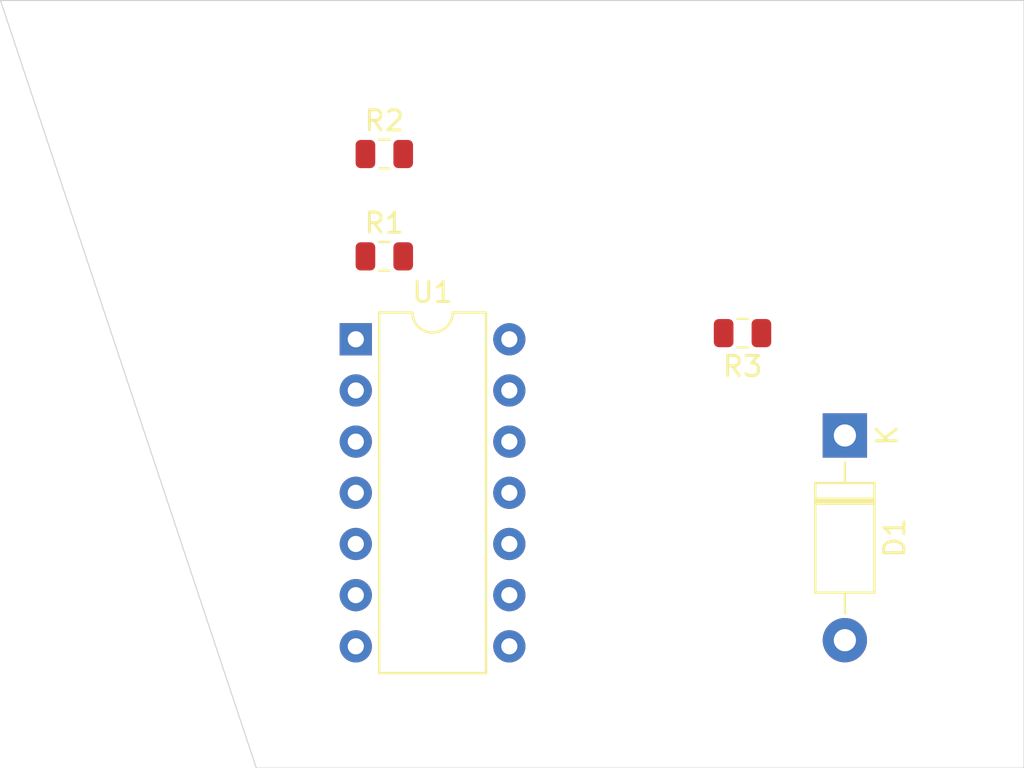
<source format=kicad_pcb>
(kicad_pcb (version 20171130) (host pcbnew 5.1.5+dfsg1-2build2)

  (general
    (thickness 1.6)
    (drawings 4)
    (tracks 0)
    (zones 0)
    (modules 5)
    (nets 6)
  )

  (page A4)
  (layers
    (0 F.Cu signal)
    (31 B.Cu signal)
    (32 B.Adhes user)
    (33 F.Adhes user)
    (34 B.Paste user)
    (35 F.Paste user)
    (36 B.SilkS user)
    (37 F.SilkS user)
    (38 B.Mask user)
    (39 F.Mask user)
    (40 Dwgs.User user)
    (41 Cmts.User user)
    (42 Eco1.User user)
    (43 Eco2.User user)
    (44 Edge.Cuts user)
    (45 Margin user)
    (46 B.CrtYd user)
    (47 F.CrtYd user)
    (48 B.Fab user)
    (49 F.Fab user)
  )

  (setup
    (last_trace_width 0.25)
    (trace_clearance 0.2)
    (zone_clearance 0.508)
    (zone_45_only no)
    (trace_min 0.2)
    (via_size 0.8)
    (via_drill 0.4)
    (via_min_size 0.4)
    (via_min_drill 0.3)
    (uvia_size 0.3)
    (uvia_drill 0.1)
    (uvias_allowed no)
    (uvia_min_size 0.2)
    (uvia_min_drill 0.1)
    (edge_width 0.05)
    (segment_width 0.2)
    (pcb_text_width 0.3)
    (pcb_text_size 1.5 1.5)
    (mod_edge_width 0.12)
    (mod_text_size 1 1)
    (mod_text_width 0.15)
    (pad_size 1.524 1.524)
    (pad_drill 0.762)
    (pad_to_mask_clearance 0.051)
    (solder_mask_min_width 0.25)
    (aux_axis_origin 0 0)
    (visible_elements FFFFFF7F)
    (pcbplotparams
      (layerselection 0x010fc_ffffffff)
      (usegerberextensions false)
      (usegerberattributes false)
      (usegerberadvancedattributes false)
      (creategerberjobfile false)
      (excludeedgelayer true)
      (linewidth 0.100000)
      (plotframeref false)
      (viasonmask false)
      (mode 1)
      (useauxorigin false)
      (hpglpennumber 1)
      (hpglpenspeed 20)
      (hpglpendiameter 15.000000)
      (psnegative false)
      (psa4output false)
      (plotreference true)
      (plotvalue true)
      (plotinvisibletext false)
      (padsonsilk false)
      (subtractmaskfromsilk false)
      (outputformat 1)
      (mirror false)
      (drillshape 1)
      (scaleselection 1)
      (outputdirectory ""))
  )

  (net 0 "")
  (net 1 "Net-(D1-Pad1)")
  (net 2 "Net-(D1-Pad2)")
  (net 3 "Net-(R1-Pad1)")
  (net 4 GND)
  (net 5 "Net-(R2-Pad1)")

  (net_class Default "This is the default net class."
    (clearance 0.2)
    (trace_width 0.25)
    (via_dia 0.8)
    (via_drill 0.4)
    (uvia_dia 0.3)
    (uvia_drill 0.1)
    (add_net GND)
    (add_net "Net-(D1-Pad1)")
    (add_net "Net-(D1-Pad2)")
    (add_net "Net-(R1-Pad1)")
    (add_net "Net-(R2-Pad1)")
  )

  (module Diode_THT:D_DO-41_SOD81_P10.16mm_Horizontal (layer F.Cu) (tedit 5AE50CD5) (tstamp 5F10A121)
    (at 130.81 161.29 270)
    (descr "Diode, DO-41_SOD81 series, Axial, Horizontal, pin pitch=10.16mm, , length*diameter=5.2*2.7mm^2, , http://www.diodes.com/_files/packages/DO-41%20(Plastic).pdf")
    (tags "Diode DO-41_SOD81 series Axial Horizontal pin pitch 10.16mm  length 5.2mm diameter 2.7mm")
    (path /5F10C989)
    (fp_text reference D1 (at 5.08 -2.47 90) (layer F.SilkS)
      (effects (font (size 1 1) (thickness 0.15)))
    )
    (fp_text value 1N4001 (at 5.08 2.47 90) (layer F.Fab)
      (effects (font (size 1 1) (thickness 0.15)))
    )
    (fp_line (start 2.48 -1.35) (end 2.48 1.35) (layer F.Fab) (width 0.1))
    (fp_line (start 2.48 1.35) (end 7.68 1.35) (layer F.Fab) (width 0.1))
    (fp_line (start 7.68 1.35) (end 7.68 -1.35) (layer F.Fab) (width 0.1))
    (fp_line (start 7.68 -1.35) (end 2.48 -1.35) (layer F.Fab) (width 0.1))
    (fp_line (start 0 0) (end 2.48 0) (layer F.Fab) (width 0.1))
    (fp_line (start 10.16 0) (end 7.68 0) (layer F.Fab) (width 0.1))
    (fp_line (start 3.26 -1.35) (end 3.26 1.35) (layer F.Fab) (width 0.1))
    (fp_line (start 3.36 -1.35) (end 3.36 1.35) (layer F.Fab) (width 0.1))
    (fp_line (start 3.16 -1.35) (end 3.16 1.35) (layer F.Fab) (width 0.1))
    (fp_line (start 2.36 -1.47) (end 2.36 1.47) (layer F.SilkS) (width 0.12))
    (fp_line (start 2.36 1.47) (end 7.8 1.47) (layer F.SilkS) (width 0.12))
    (fp_line (start 7.8 1.47) (end 7.8 -1.47) (layer F.SilkS) (width 0.12))
    (fp_line (start 7.8 -1.47) (end 2.36 -1.47) (layer F.SilkS) (width 0.12))
    (fp_line (start 1.34 0) (end 2.36 0) (layer F.SilkS) (width 0.12))
    (fp_line (start 8.82 0) (end 7.8 0) (layer F.SilkS) (width 0.12))
    (fp_line (start 3.26 -1.47) (end 3.26 1.47) (layer F.SilkS) (width 0.12))
    (fp_line (start 3.38 -1.47) (end 3.38 1.47) (layer F.SilkS) (width 0.12))
    (fp_line (start 3.14 -1.47) (end 3.14 1.47) (layer F.SilkS) (width 0.12))
    (fp_line (start -1.35 -1.6) (end -1.35 1.6) (layer F.CrtYd) (width 0.05))
    (fp_line (start -1.35 1.6) (end 11.51 1.6) (layer F.CrtYd) (width 0.05))
    (fp_line (start 11.51 1.6) (end 11.51 -1.6) (layer F.CrtYd) (width 0.05))
    (fp_line (start 11.51 -1.6) (end -1.35 -1.6) (layer F.CrtYd) (width 0.05))
    (fp_text user %R (at 5.554999 0) (layer F.Fab)
      (effects (font (size 1 1) (thickness 0.15)))
    )
    (fp_text user K (at 0 -2.1 90) (layer F.Fab)
      (effects (font (size 1 1) (thickness 0.15)))
    )
    (fp_text user K (at 0 -2.1 90) (layer F.SilkS)
      (effects (font (size 1 1) (thickness 0.15)))
    )
    (pad 1 thru_hole rect (at 0 0 270) (size 2.2 2.2) (drill 1.1) (layers *.Cu *.Mask)
      (net 1 "Net-(D1-Pad1)"))
    (pad 2 thru_hole oval (at 10.16 0 270) (size 2.2 2.2) (drill 1.1) (layers *.Cu *.Mask)
      (net 2 "Net-(D1-Pad2)"))
    (model ${KISYS3DMOD}/Diode_THT.3dshapes/D_DO-41_SOD81_P10.16mm_Horizontal.wrl
      (at (xyz 0 0 0))
      (scale (xyz 1 1 1))
      (rotate (xyz 0 0 0))
    )
  )

  (module Resistor_SMD:R_0805_2012Metric (layer F.Cu) (tedit 5B36C52B) (tstamp 5F10A132)
    (at 107.95 152.4)
    (descr "Resistor SMD 0805 (2012 Metric), square (rectangular) end terminal, IPC_7351 nominal, (Body size source: https://docs.google.com/spreadsheets/d/1BsfQQcO9C6DZCsRaXUlFlo91Tg2WpOkGARC1WS5S8t0/edit?usp=sharing), generated with kicad-footprint-generator")
    (tags resistor)
    (path /5F11175D)
    (attr smd)
    (fp_text reference R1 (at 0 -1.65) (layer F.SilkS)
      (effects (font (size 1 1) (thickness 0.15)))
    )
    (fp_text value 1k (at 0 1.65) (layer F.Fab)
      (effects (font (size 1 1) (thickness 0.15)))
    )
    (fp_line (start -1 0.6) (end -1 -0.6) (layer F.Fab) (width 0.1))
    (fp_line (start -1 -0.6) (end 1 -0.6) (layer F.Fab) (width 0.1))
    (fp_line (start 1 -0.6) (end 1 0.6) (layer F.Fab) (width 0.1))
    (fp_line (start 1 0.6) (end -1 0.6) (layer F.Fab) (width 0.1))
    (fp_line (start -0.258578 -0.71) (end 0.258578 -0.71) (layer F.SilkS) (width 0.12))
    (fp_line (start -0.258578 0.71) (end 0.258578 0.71) (layer F.SilkS) (width 0.12))
    (fp_line (start -1.68 0.95) (end -1.68 -0.95) (layer F.CrtYd) (width 0.05))
    (fp_line (start -1.68 -0.95) (end 1.68 -0.95) (layer F.CrtYd) (width 0.05))
    (fp_line (start 1.68 -0.95) (end 1.68 0.95) (layer F.CrtYd) (width 0.05))
    (fp_line (start 1.68 0.95) (end -1.68 0.95) (layer F.CrtYd) (width 0.05))
    (fp_text user %R (at 0 -0.145001) (layer F.Fab)
      (effects (font (size 0.5 0.5) (thickness 0.08)))
    )
    (pad 1 smd roundrect (at -0.9375 0) (size 0.975 1.4) (layers F.Cu F.Paste F.Mask) (roundrect_rratio 0.25)
      (net 3 "Net-(R1-Pad1)"))
    (pad 2 smd roundrect (at 0.9375 0) (size 0.975 1.4) (layers F.Cu F.Paste F.Mask) (roundrect_rratio 0.25)
      (net 4 GND))
    (model ${KISYS3DMOD}/Resistor_SMD.3dshapes/R_0805_2012Metric.wrl
      (at (xyz 0 0 0))
      (scale (xyz 1 1 1))
      (rotate (xyz 0 0 0))
    )
  )

  (module Resistor_SMD:R_0805_2012Metric (layer F.Cu) (tedit 5B36C52B) (tstamp 5F10A143)
    (at 107.95 147.32)
    (descr "Resistor SMD 0805 (2012 Metric), square (rectangular) end terminal, IPC_7351 nominal, (Body size source: https://docs.google.com/spreadsheets/d/1BsfQQcO9C6DZCsRaXUlFlo91Tg2WpOkGARC1WS5S8t0/edit?usp=sharing), generated with kicad-footprint-generator")
    (tags resistor)
    (path /5F1140E4)
    (attr smd)
    (fp_text reference R2 (at 0 -1.65) (layer F.SilkS)
      (effects (font (size 1 1) (thickness 0.15)))
    )
    (fp_text value 1k (at 0 1.65) (layer F.Fab)
      (effects (font (size 1 1) (thickness 0.15)))
    )
    (fp_text user %R (at -1.125001 0) (layer F.Fab)
      (effects (font (size 0.5 0.5) (thickness 0.08)))
    )
    (fp_line (start 1.68 0.95) (end -1.68 0.95) (layer F.CrtYd) (width 0.05))
    (fp_line (start 1.68 -0.95) (end 1.68 0.95) (layer F.CrtYd) (width 0.05))
    (fp_line (start -1.68 -0.95) (end 1.68 -0.95) (layer F.CrtYd) (width 0.05))
    (fp_line (start -1.68 0.95) (end -1.68 -0.95) (layer F.CrtYd) (width 0.05))
    (fp_line (start -0.258578 0.71) (end 0.258578 0.71) (layer F.SilkS) (width 0.12))
    (fp_line (start -0.258578 -0.71) (end 0.258578 -0.71) (layer F.SilkS) (width 0.12))
    (fp_line (start 1 0.6) (end -1 0.6) (layer F.Fab) (width 0.1))
    (fp_line (start 1 -0.6) (end 1 0.6) (layer F.Fab) (width 0.1))
    (fp_line (start -1 -0.6) (end 1 -0.6) (layer F.Fab) (width 0.1))
    (fp_line (start -1 0.6) (end -1 -0.6) (layer F.Fab) (width 0.1))
    (pad 2 smd roundrect (at 0.9375 0) (size 0.975 1.4) (layers F.Cu F.Paste F.Mask) (roundrect_rratio 0.25)
      (net 4 GND))
    (pad 1 smd roundrect (at -0.9375 0) (size 0.975 1.4) (layers F.Cu F.Paste F.Mask) (roundrect_rratio 0.25)
      (net 5 "Net-(R2-Pad1)"))
    (model ${KISYS3DMOD}/Resistor_SMD.3dshapes/R_0805_2012Metric.wrl
      (at (xyz 0 0 0))
      (scale (xyz 1 1 1))
      (rotate (xyz 0 0 0))
    )
  )

  (module Resistor_SMD:R_0805_2012Metric (layer F.Cu) (tedit 5B36C52B) (tstamp 5F10A154)
    (at 125.73 156.21 180)
    (descr "Resistor SMD 0805 (2012 Metric), square (rectangular) end terminal, IPC_7351 nominal, (Body size source: https://docs.google.com/spreadsheets/d/1BsfQQcO9C6DZCsRaXUlFlo91Tg2WpOkGARC1WS5S8t0/edit?usp=sharing), generated with kicad-footprint-generator")
    (tags resistor)
    (path /5F1143CF)
    (attr smd)
    (fp_text reference R3 (at 0 -1.65) (layer F.SilkS)
      (effects (font (size 1 1) (thickness 0.15)))
    )
    (fp_text value 1k (at 0 1.65) (layer F.Fab)
      (effects (font (size 1 1) (thickness 0.15)))
    )
    (fp_line (start -1 0.6) (end -1 -0.6) (layer F.Fab) (width 0.1))
    (fp_line (start -1 -0.6) (end 1 -0.6) (layer F.Fab) (width 0.1))
    (fp_line (start 1 -0.6) (end 1 0.6) (layer F.Fab) (width 0.1))
    (fp_line (start 1 0.6) (end -1 0.6) (layer F.Fab) (width 0.1))
    (fp_line (start -0.258578 -0.71) (end 0.258578 -0.71) (layer F.SilkS) (width 0.12))
    (fp_line (start -0.258578 0.71) (end 0.258578 0.71) (layer F.SilkS) (width 0.12))
    (fp_line (start -1.68 0.95) (end -1.68 -0.95) (layer F.CrtYd) (width 0.05))
    (fp_line (start -1.68 -0.95) (end 1.68 -0.95) (layer F.CrtYd) (width 0.05))
    (fp_line (start 1.68 -0.95) (end 1.68 0.95) (layer F.CrtYd) (width 0.05))
    (fp_line (start 1.68 0.95) (end -1.68 0.95) (layer F.CrtYd) (width 0.05))
    (fp_text user %R (at 0.204999 0.294999) (layer F.Fab)
      (effects (font (size 0.5 0.5) (thickness 0.08)))
    )
    (pad 1 smd roundrect (at -0.9375 0 180) (size 0.975 1.4) (layers F.Cu F.Paste F.Mask) (roundrect_rratio 0.25)
      (net 1 "Net-(D1-Pad1)"))
    (pad 2 smd roundrect (at 0.9375 0 180) (size 0.975 1.4) (layers F.Cu F.Paste F.Mask) (roundrect_rratio 0.25)
      (net 4 GND))
    (model ${KISYS3DMOD}/Resistor_SMD.3dshapes/R_0805_2012Metric.wrl
      (at (xyz 0 0 0))
      (scale (xyz 1 1 1))
      (rotate (xyz 0 0 0))
    )
  )

  (module Package_DIP:DIP-14_W7.62mm (layer F.Cu) (tedit 5A02E8C5) (tstamp 5F10A6F1)
    (at 106.535001 156.515001)
    (descr "14-lead though-hole mounted DIP package, row spacing 7.62 mm (300 mils)")
    (tags "THT DIP DIL PDIP 2.54mm 7.62mm 300mil")
    (path /5F109B74)
    (fp_text reference U1 (at 3.81 -2.33) (layer F.SilkS)
      (effects (font (size 1 1) (thickness 0.15)))
    )
    (fp_text value 7400 (at 3.81 17.57) (layer F.Fab)
      (effects (font (size 1 1) (thickness 0.15)))
    )
    (fp_arc (start 3.81 -1.33) (end 2.81 -1.33) (angle -180) (layer F.SilkS) (width 0.12))
    (fp_line (start 1.635 -1.27) (end 6.985 -1.27) (layer F.Fab) (width 0.1))
    (fp_line (start 6.985 -1.27) (end 6.985 16.51) (layer F.Fab) (width 0.1))
    (fp_line (start 6.985 16.51) (end 0.635 16.51) (layer F.Fab) (width 0.1))
    (fp_line (start 0.635 16.51) (end 0.635 -0.27) (layer F.Fab) (width 0.1))
    (fp_line (start 0.635 -0.27) (end 1.635 -1.27) (layer F.Fab) (width 0.1))
    (fp_line (start 2.81 -1.33) (end 1.16 -1.33) (layer F.SilkS) (width 0.12))
    (fp_line (start 1.16 -1.33) (end 1.16 16.57) (layer F.SilkS) (width 0.12))
    (fp_line (start 1.16 16.57) (end 6.46 16.57) (layer F.SilkS) (width 0.12))
    (fp_line (start 6.46 16.57) (end 6.46 -1.33) (layer F.SilkS) (width 0.12))
    (fp_line (start 6.46 -1.33) (end 4.81 -1.33) (layer F.SilkS) (width 0.12))
    (fp_line (start -1.1 -1.55) (end -1.1 16.8) (layer F.CrtYd) (width 0.05))
    (fp_line (start -1.1 16.8) (end 8.7 16.8) (layer F.CrtYd) (width 0.05))
    (fp_line (start 8.7 16.8) (end 8.7 -1.55) (layer F.CrtYd) (width 0.05))
    (fp_line (start 8.7 -1.55) (end -1.1 -1.55) (layer F.CrtYd) (width 0.05))
    (fp_text user %R (at 3.81 7.62) (layer F.Fab)
      (effects (font (size 1 1) (thickness 0.15)))
    )
    (pad 1 thru_hole rect (at 0 0) (size 1.6 1.6) (drill 0.8) (layers *.Cu *.Mask)
      (net 3 "Net-(R1-Pad1)"))
    (pad 8 thru_hole oval (at 7.62 15.24) (size 1.6 1.6) (drill 0.8) (layers *.Cu *.Mask))
    (pad 2 thru_hole oval (at 0 2.54) (size 1.6 1.6) (drill 0.8) (layers *.Cu *.Mask)
      (net 5 "Net-(R2-Pad1)"))
    (pad 9 thru_hole oval (at 7.62 12.7) (size 1.6 1.6) (drill 0.8) (layers *.Cu *.Mask))
    (pad 3 thru_hole oval (at 0 5.08) (size 1.6 1.6) (drill 0.8) (layers *.Cu *.Mask)
      (net 2 "Net-(D1-Pad2)"))
    (pad 10 thru_hole oval (at 7.62 10.16) (size 1.6 1.6) (drill 0.8) (layers *.Cu *.Mask))
    (pad 4 thru_hole oval (at 0 7.62) (size 1.6 1.6) (drill 0.8) (layers *.Cu *.Mask))
    (pad 11 thru_hole oval (at 7.62 7.62) (size 1.6 1.6) (drill 0.8) (layers *.Cu *.Mask))
    (pad 5 thru_hole oval (at 0 10.16) (size 1.6 1.6) (drill 0.8) (layers *.Cu *.Mask))
    (pad 12 thru_hole oval (at 7.62 5.08) (size 1.6 1.6) (drill 0.8) (layers *.Cu *.Mask))
    (pad 6 thru_hole oval (at 0 12.7) (size 1.6 1.6) (drill 0.8) (layers *.Cu *.Mask))
    (pad 13 thru_hole oval (at 7.62 2.54) (size 1.6 1.6) (drill 0.8) (layers *.Cu *.Mask))
    (pad 7 thru_hole oval (at 0 15.24) (size 1.6 1.6) (drill 0.8) (layers *.Cu *.Mask))
    (pad 14 thru_hole oval (at 7.62 0) (size 1.6 1.6) (drill 0.8) (layers *.Cu *.Mask))
    (model ${KISYS3DMOD}/Package_DIP.3dshapes/DIP-14_W7.62mm.wrl
      (at (xyz 0 0 0))
      (scale (xyz 1 1 1))
      (rotate (xyz 0 0 0))
    )
  )

  (gr_line (start 101.6 177.8) (end 88.9 139.7) (layer Edge.Cuts) (width 0.05) (tstamp 5F10A754))
  (gr_line (start 139.7 177.8) (end 101.6 177.8) (layer Edge.Cuts) (width 0.05))
  (gr_line (start 139.7 139.7) (end 139.7 177.8) (layer Edge.Cuts) (width 0.05))
  (gr_line (start 88.9 139.7) (end 139.7 139.7) (layer Edge.Cuts) (width 0.05))

)

</source>
